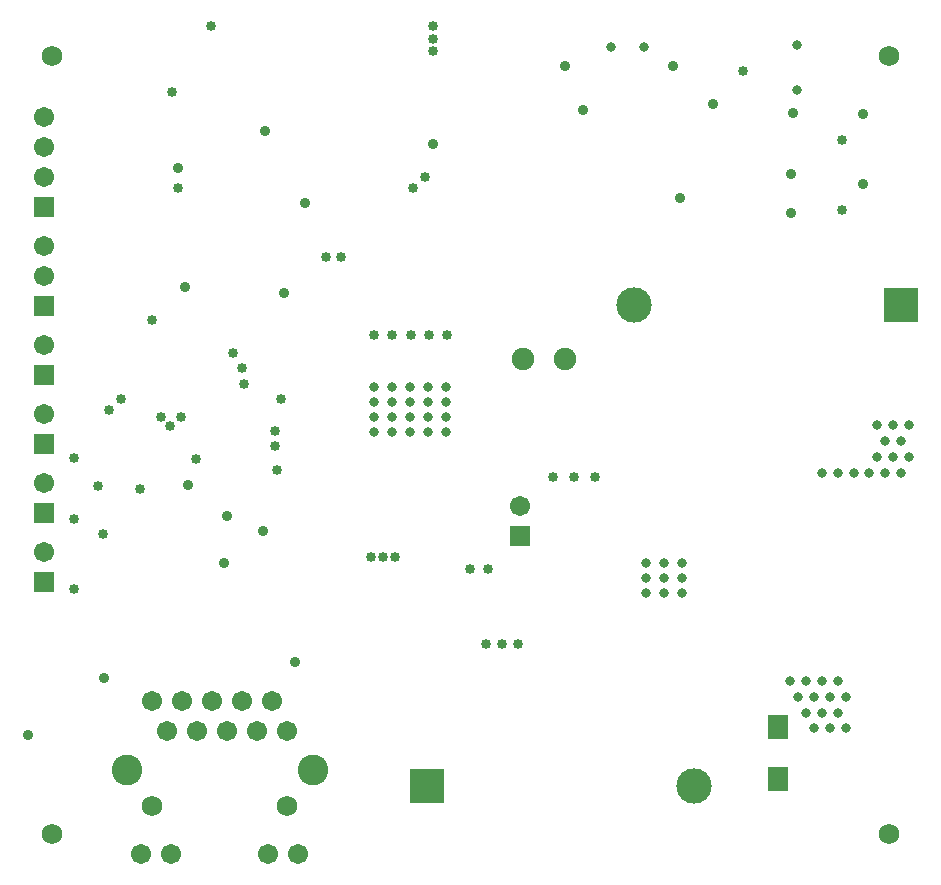
<source format=gbs>
G04*
G04 #@! TF.GenerationSoftware,Altium Limited,Altium Designer,21.6.4 (81)*
G04*
G04 Layer_Color=16711935*
%FSLAX25Y25*%
%MOIN*%
G70*
G04*
G04 #@! TF.SameCoordinates,467C343A-BF68-42E8-BDDD-2ABA41F160E8*
G04*
G04*
G04 #@! TF.FilePolarity,Negative*
G04*
G01*
G75*
%ADD49C,0.11811*%
%ADD50R,0.11811X0.11811*%
%ADD51C,0.07493*%
%ADD52R,0.06706X0.06706*%
%ADD53C,0.06706*%
%ADD54C,0.06800*%
%ADD55C,0.06706*%
%ADD56C,0.10249*%
%ADD57C,0.03359*%
%ADD58C,0.03556*%
%ADD59C,0.03162*%
%ADD77R,0.07087X0.08268*%
D49*
X305488Y129500D02*
D03*
X285512Y290000D02*
D03*
D50*
X216512Y129500D02*
D03*
X374488Y290000D02*
D03*
D51*
X262500Y272000D02*
D03*
X248721D02*
D03*
D52*
X247500Y213000D02*
D03*
X89000Y266500D02*
D03*
Y220500D02*
D03*
Y197500D02*
D03*
Y243500D02*
D03*
Y322500D02*
D03*
Y289500D02*
D03*
D53*
X247500Y223000D02*
D03*
X89000Y276500D02*
D03*
Y230500D02*
D03*
Y207500D02*
D03*
Y253500D02*
D03*
Y332500D02*
D03*
Y342500D02*
D03*
Y352500D02*
D03*
Y299500D02*
D03*
Y309500D02*
D03*
D54*
X370500Y373000D02*
D03*
X170000Y123000D02*
D03*
X125000Y123000D02*
D03*
X91500Y373000D02*
D03*
Y113500D02*
D03*
X370500D02*
D03*
D55*
X173602Y107016D02*
D03*
X121398D02*
D03*
X163602D02*
D03*
X170000Y148000D02*
D03*
X125000Y158000D02*
D03*
X165000D02*
D03*
X160000Y148000D02*
D03*
X155000Y158000D02*
D03*
X150000Y148000D02*
D03*
X145000Y158000D02*
D03*
X140000Y148000D02*
D03*
X135000Y158000D02*
D03*
X130000Y148000D02*
D03*
X131398Y107016D02*
D03*
D56*
X178504Y135008D02*
D03*
X116496D02*
D03*
D57*
X99000Y239000D02*
D03*
X108500Y213500D02*
D03*
X98925Y195291D02*
D03*
X99000Y218500D02*
D03*
X139630Y238630D02*
D03*
X133500Y329000D02*
D03*
X322000Y368000D02*
D03*
X131500Y361000D02*
D03*
X206027Y206000D02*
D03*
X202008Y206008D02*
D03*
X197973Y206000D02*
D03*
X212000Y329000D02*
D03*
X216000Y332500D02*
D03*
X131000Y249500D02*
D03*
X128000Y252500D02*
D03*
X218500Y374500D02*
D03*
X355000Y345000D02*
D03*
Y321500D02*
D03*
X218500Y378500D02*
D03*
X134500Y252500D02*
D03*
X125000Y285000D02*
D03*
X152000Y274000D02*
D03*
X188000Y306000D02*
D03*
X183000D02*
D03*
X110500Y255000D02*
D03*
X114500Y258500D02*
D03*
X258462Y232492D02*
D03*
X272553D02*
D03*
X265553D02*
D03*
X230772Y202031D02*
D03*
X237000D02*
D03*
X217112Y280109D02*
D03*
X205085D02*
D03*
X199072D02*
D03*
X211099D02*
D03*
X223125D02*
D03*
X246800Y177000D02*
D03*
X241500D02*
D03*
X236200D02*
D03*
X168000Y258500D02*
D03*
X166000Y243000D02*
D03*
Y248000D02*
D03*
X166500Y235000D02*
D03*
X218500Y383000D02*
D03*
X144500D02*
D03*
X155000Y269000D02*
D03*
X155500Y263500D02*
D03*
X107000Y229500D02*
D03*
X120806Y228787D02*
D03*
D58*
X133500Y335500D02*
D03*
X137000Y230000D02*
D03*
X172500Y171000D02*
D03*
X109000Y165500D02*
D03*
X162500Y348000D02*
D03*
X169000Y294000D02*
D03*
X136000Y296000D02*
D03*
X298500Y369500D02*
D03*
X162000Y214500D02*
D03*
X149000Y204000D02*
D03*
X150000Y219500D02*
D03*
X338000Y320500D02*
D03*
X337970Y333529D02*
D03*
X362000Y330411D02*
D03*
Y353500D02*
D03*
X338471Y354029D02*
D03*
X311970Y357030D02*
D03*
X301000Y325500D02*
D03*
X175970Y324029D02*
D03*
X268500Y355000D02*
D03*
X262500Y369500D02*
D03*
X83500Y146500D02*
D03*
X218500Y343500D02*
D03*
D59*
X356102Y159449D02*
D03*
Y148819D02*
D03*
X353445Y164764D02*
D03*
X350787Y159449D02*
D03*
X353445Y154134D02*
D03*
X350787Y148819D02*
D03*
X348130Y164764D02*
D03*
X345472Y159449D02*
D03*
X348130Y154134D02*
D03*
X345472Y148819D02*
D03*
X342815Y164764D02*
D03*
X340157Y159449D02*
D03*
X342815Y154134D02*
D03*
X337500Y164764D02*
D03*
X377362Y249803D02*
D03*
Y239173D02*
D03*
X372047Y249803D02*
D03*
X374705Y244488D02*
D03*
X372047Y239173D02*
D03*
X374705Y233858D02*
D03*
X366732Y249803D02*
D03*
X369390Y244488D02*
D03*
X366732Y239173D02*
D03*
X369390Y233858D02*
D03*
X364075D02*
D03*
X358760D02*
D03*
X353445D02*
D03*
X348130D02*
D03*
X289000Y376000D02*
D03*
X340000Y376500D02*
D03*
X278000Y376000D02*
D03*
X289500Y204000D02*
D03*
Y199000D02*
D03*
Y194000D02*
D03*
X295500D02*
D03*
Y199000D02*
D03*
X301500Y194000D02*
D03*
Y199000D02*
D03*
Y204000D02*
D03*
X295500D02*
D03*
X217072Y247663D02*
D03*
X223072D02*
D03*
Y252663D02*
D03*
X217072D02*
D03*
X205072Y257663D02*
D03*
X199072Y252663D02*
D03*
X211072Y257663D02*
D03*
X205072Y252663D02*
D03*
Y247663D02*
D03*
X211072D02*
D03*
Y252663D02*
D03*
X199072Y247663D02*
D03*
Y257663D02*
D03*
X205072Y262663D02*
D03*
X217072D02*
D03*
X223072D02*
D03*
Y257663D02*
D03*
X217072D02*
D03*
X199072Y262663D02*
D03*
X211072D02*
D03*
X340000Y361500D02*
D03*
D77*
X333500Y149161D02*
D03*
Y131839D02*
D03*
M02*

</source>
